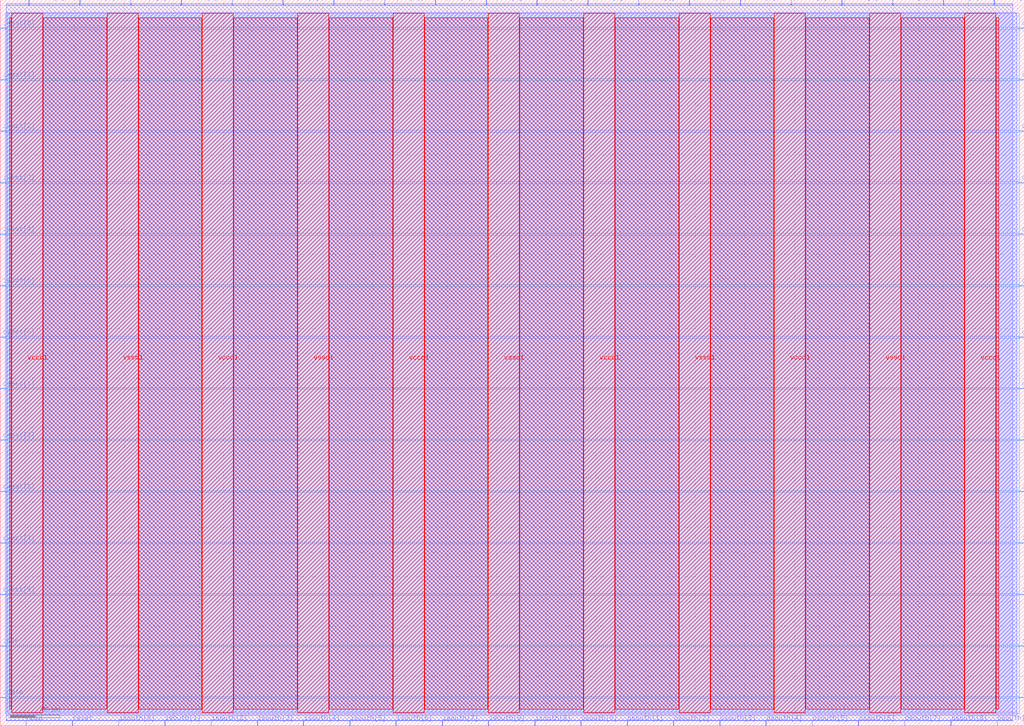
<source format=lef>
VERSION 5.7 ;
  NOWIREEXTENSIONATPIN ON ;
  DIVIDERCHAR "/" ;
  BUSBITCHARS "[]" ;
MACRO chaos_subarray
  CLASS BLOCK ;
  FOREIGN chaos_subarray ;
  ORIGIN 0.000 0.000 ;
  SIZE 825.000 BY 585.000 ;
  PIN hold
    DIRECTION INPUT ;
    USE SIGNAL ;
    PORT
      LAYER met2 ;
        RECT 20.790 0.000 21.070 4.000 ;
    END
  END hold
  PIN iclk
    DIRECTION INPUT ;
    USE SIGNAL ;
    PORT
      LAYER met3 ;
        RECT 0.000 63.960 4.000 64.560 ;
    END
  END iclk
  PIN idata
    DIRECTION INPUT ;
    USE SIGNAL ;
    PORT
      LAYER met3 ;
        RECT 0.000 22.480 4.000 23.080 ;
    END
  END idata
  PIN ieast[0]
    DIRECTION INPUT ;
    USE SIGNAL ;
    PORT
      LAYER met3 ;
        RECT 821.000 22.480 825.000 23.080 ;
    END
  END ieast[0]
  PIN ieast[1]
    DIRECTION INPUT ;
    USE SIGNAL ;
    PORT
      LAYER met3 ;
        RECT 821.000 63.960 825.000 64.560 ;
    END
  END ieast[1]
  PIN ieast[2]
    DIRECTION INPUT ;
    USE SIGNAL ;
    PORT
      LAYER met3 ;
        RECT 821.000 105.440 825.000 106.040 ;
    END
  END ieast[2]
  PIN ieast[3]
    DIRECTION INPUT ;
    USE SIGNAL ;
    PORT
      LAYER met3 ;
        RECT 821.000 146.920 825.000 147.520 ;
    END
  END ieast[3]
  PIN ieast[4]
    DIRECTION INPUT ;
    USE SIGNAL ;
    PORT
      LAYER met3 ;
        RECT 821.000 188.400 825.000 189.000 ;
    END
  END ieast[4]
  PIN ieast[5]
    DIRECTION INPUT ;
    USE SIGNAL ;
    PORT
      LAYER met3 ;
        RECT 821.000 229.880 825.000 230.480 ;
    END
  END ieast[5]
  PIN inorth[0]
    DIRECTION INPUT ;
    USE SIGNAL ;
    PORT
      LAYER met2 ;
        RECT 800.950 581.000 801.230 585.000 ;
    END
  END inorth[0]
  PIN inorth[1]
    DIRECTION INPUT ;
    USE SIGNAL ;
    PORT
      LAYER met2 ;
        RECT 760.010 581.000 760.290 585.000 ;
    END
  END inorth[1]
  PIN inorth[2]
    DIRECTION INPUT ;
    USE SIGNAL ;
    PORT
      LAYER met2 ;
        RECT 719.070 581.000 719.350 585.000 ;
    END
  END inorth[2]
  PIN inorth[3]
    DIRECTION INPUT ;
    USE SIGNAL ;
    PORT
      LAYER met2 ;
        RECT 678.130 581.000 678.410 585.000 ;
    END
  END inorth[3]
  PIN inorth[4]
    DIRECTION INPUT ;
    USE SIGNAL ;
    PORT
      LAYER met2 ;
        RECT 637.190 581.000 637.470 585.000 ;
    END
  END inorth[4]
  PIN inorth[5]
    DIRECTION INPUT ;
    USE SIGNAL ;
    PORT
      LAYER met2 ;
        RECT 596.250 581.000 596.530 585.000 ;
    END
  END inorth[5]
  PIN inorth[6]
    DIRECTION INPUT ;
    USE SIGNAL ;
    PORT
      LAYER met2 ;
        RECT 555.310 581.000 555.590 585.000 ;
    END
  END inorth[6]
  PIN inorth[7]
    DIRECTION INPUT ;
    USE SIGNAL ;
    PORT
      LAYER met2 ;
        RECT 514.370 581.000 514.650 585.000 ;
    END
  END inorth[7]
  PIN inorth[8]
    DIRECTION INPUT ;
    USE SIGNAL ;
    PORT
      LAYER met2 ;
        RECT 473.430 581.000 473.710 585.000 ;
    END
  END inorth[8]
  PIN inorth[9]
    DIRECTION INPUT ;
    USE SIGNAL ;
    PORT
      LAYER met2 ;
        RECT 432.490 581.000 432.770 585.000 ;
    END
  END inorth[9]
  PIN isouth[0]
    DIRECTION INPUT ;
    USE SIGNAL ;
    PORT
      LAYER met2 ;
        RECT 95.310 0.000 95.590 4.000 ;
    END
  END isouth[0]
  PIN isouth[1]
    DIRECTION INPUT ;
    USE SIGNAL ;
    PORT
      LAYER met2 ;
        RECT 132.570 0.000 132.850 4.000 ;
    END
  END isouth[1]
  PIN isouth[2]
    DIRECTION INPUT ;
    USE SIGNAL ;
    PORT
      LAYER met2 ;
        RECT 169.830 0.000 170.110 4.000 ;
    END
  END isouth[2]
  PIN isouth[3]
    DIRECTION INPUT ;
    USE SIGNAL ;
    PORT
      LAYER met2 ;
        RECT 207.090 0.000 207.370 4.000 ;
    END
  END isouth[3]
  PIN isouth[4]
    DIRECTION INPUT ;
    USE SIGNAL ;
    PORT
      LAYER met2 ;
        RECT 244.350 0.000 244.630 4.000 ;
    END
  END isouth[4]
  PIN isouth[5]
    DIRECTION INPUT ;
    USE SIGNAL ;
    PORT
      LAYER met2 ;
        RECT 281.610 0.000 281.890 4.000 ;
    END
  END isouth[5]
  PIN isouth[6]
    DIRECTION INPUT ;
    USE SIGNAL ;
    PORT
      LAYER met2 ;
        RECT 318.870 0.000 319.150 4.000 ;
    END
  END isouth[6]
  PIN isouth[7]
    DIRECTION INPUT ;
    USE SIGNAL ;
    PORT
      LAYER met2 ;
        RECT 356.130 0.000 356.410 4.000 ;
    END
  END isouth[7]
  PIN isouth[8]
    DIRECTION INPUT ;
    USE SIGNAL ;
    PORT
      LAYER met2 ;
        RECT 393.390 0.000 393.670 4.000 ;
    END
  END isouth[8]
  PIN isouth[9]
    DIRECTION INPUT ;
    USE SIGNAL ;
    PORT
      LAYER met2 ;
        RECT 430.650 0.000 430.930 4.000 ;
    END
  END isouth[9]
  PIN iwest[0]
    DIRECTION INPUT ;
    USE SIGNAL ;
    PORT
      LAYER met3 ;
        RECT 0.000 561.720 4.000 562.320 ;
    END
  END iwest[0]
  PIN iwest[1]
    DIRECTION INPUT ;
    USE SIGNAL ;
    PORT
      LAYER met3 ;
        RECT 0.000 520.240 4.000 520.840 ;
    END
  END iwest[1]
  PIN iwest[2]
    DIRECTION INPUT ;
    USE SIGNAL ;
    PORT
      LAYER met3 ;
        RECT 0.000 478.760 4.000 479.360 ;
    END
  END iwest[2]
  PIN iwest[3]
    DIRECTION INPUT ;
    USE SIGNAL ;
    PORT
      LAYER met3 ;
        RECT 0.000 437.280 4.000 437.880 ;
    END
  END iwest[3]
  PIN iwest[4]
    DIRECTION INPUT ;
    USE SIGNAL ;
    PORT
      LAYER met3 ;
        RECT 0.000 395.800 4.000 396.400 ;
    END
  END iwest[4]
  PIN iwest[5]
    DIRECTION INPUT ;
    USE SIGNAL ;
    PORT
      LAYER met3 ;
        RECT 0.000 354.320 4.000 354.920 ;
    END
  END iwest[5]
  PIN oclk
    DIRECTION OUTPUT TRISTATE ;
    USE SIGNAL ;
    PORT
      LAYER met3 ;
        RECT 821.000 520.240 825.000 520.840 ;
    END
  END oclk
  PIN odata
    DIRECTION OUTPUT TRISTATE ;
    USE SIGNAL ;
    PORT
      LAYER met3 ;
        RECT 821.000 561.720 825.000 562.320 ;
    END
  END odata
  PIN oeast[0]
    DIRECTION OUTPUT TRISTATE ;
    USE SIGNAL ;
    PORT
      LAYER met3 ;
        RECT 821.000 271.360 825.000 271.960 ;
    END
  END oeast[0]
  PIN oeast[1]
    DIRECTION OUTPUT TRISTATE ;
    USE SIGNAL ;
    PORT
      LAYER met3 ;
        RECT 821.000 312.840 825.000 313.440 ;
    END
  END oeast[1]
  PIN oeast[2]
    DIRECTION OUTPUT TRISTATE ;
    USE SIGNAL ;
    PORT
      LAYER met3 ;
        RECT 821.000 354.320 825.000 354.920 ;
    END
  END oeast[2]
  PIN oeast[3]
    DIRECTION OUTPUT TRISTATE ;
    USE SIGNAL ;
    PORT
      LAYER met3 ;
        RECT 821.000 395.800 825.000 396.400 ;
    END
  END oeast[3]
  PIN oeast[4]
    DIRECTION OUTPUT TRISTATE ;
    USE SIGNAL ;
    PORT
      LAYER met3 ;
        RECT 821.000 437.280 825.000 437.880 ;
    END
  END oeast[4]
  PIN oeast[5]
    DIRECTION OUTPUT TRISTATE ;
    USE SIGNAL ;
    PORT
      LAYER met3 ;
        RECT 821.000 478.760 825.000 479.360 ;
    END
  END oeast[5]
  PIN onorth[0]
    DIRECTION OUTPUT TRISTATE ;
    USE SIGNAL ;
    PORT
      LAYER met2 ;
        RECT 391.550 581.000 391.830 585.000 ;
    END
  END onorth[0]
  PIN onorth[1]
    DIRECTION OUTPUT TRISTATE ;
    USE SIGNAL ;
    PORT
      LAYER met2 ;
        RECT 350.610 581.000 350.890 585.000 ;
    END
  END onorth[1]
  PIN onorth[2]
    DIRECTION OUTPUT TRISTATE ;
    USE SIGNAL ;
    PORT
      LAYER met2 ;
        RECT 309.670 581.000 309.950 585.000 ;
    END
  END onorth[2]
  PIN onorth[3]
    DIRECTION OUTPUT TRISTATE ;
    USE SIGNAL ;
    PORT
      LAYER met2 ;
        RECT 268.730 581.000 269.010 585.000 ;
    END
  END onorth[3]
  PIN onorth[4]
    DIRECTION OUTPUT TRISTATE ;
    USE SIGNAL ;
    PORT
      LAYER met2 ;
        RECT 227.790 581.000 228.070 585.000 ;
    END
  END onorth[4]
  PIN onorth[5]
    DIRECTION OUTPUT TRISTATE ;
    USE SIGNAL ;
    PORT
      LAYER met2 ;
        RECT 186.850 581.000 187.130 585.000 ;
    END
  END onorth[5]
  PIN onorth[6]
    DIRECTION OUTPUT TRISTATE ;
    USE SIGNAL ;
    PORT
      LAYER met2 ;
        RECT 145.910 581.000 146.190 585.000 ;
    END
  END onorth[6]
  PIN onorth[7]
    DIRECTION OUTPUT TRISTATE ;
    USE SIGNAL ;
    PORT
      LAYER met2 ;
        RECT 104.970 581.000 105.250 585.000 ;
    END
  END onorth[7]
  PIN onorth[8]
    DIRECTION OUTPUT TRISTATE ;
    USE SIGNAL ;
    PORT
      LAYER met2 ;
        RECT 64.030 581.000 64.310 585.000 ;
    END
  END onorth[8]
  PIN onorth[9]
    DIRECTION OUTPUT TRISTATE ;
    USE SIGNAL ;
    PORT
      LAYER met2 ;
        RECT 23.090 581.000 23.370 585.000 ;
    END
  END onorth[9]
  PIN osouth[0]
    DIRECTION OUTPUT TRISTATE ;
    USE SIGNAL ;
    PORT
      LAYER met2 ;
        RECT 467.910 0.000 468.190 4.000 ;
    END
  END osouth[0]
  PIN osouth[1]
    DIRECTION OUTPUT TRISTATE ;
    USE SIGNAL ;
    PORT
      LAYER met2 ;
        RECT 505.170 0.000 505.450 4.000 ;
    END
  END osouth[1]
  PIN osouth[2]
    DIRECTION OUTPUT TRISTATE ;
    USE SIGNAL ;
    PORT
      LAYER met2 ;
        RECT 542.430 0.000 542.710 4.000 ;
    END
  END osouth[2]
  PIN osouth[3]
    DIRECTION OUTPUT TRISTATE ;
    USE SIGNAL ;
    PORT
      LAYER met2 ;
        RECT 579.690 0.000 579.970 4.000 ;
    END
  END osouth[3]
  PIN osouth[4]
    DIRECTION OUTPUT TRISTATE ;
    USE SIGNAL ;
    PORT
      LAYER met2 ;
        RECT 616.950 0.000 617.230 4.000 ;
    END
  END osouth[4]
  PIN osouth[5]
    DIRECTION OUTPUT TRISTATE ;
    USE SIGNAL ;
    PORT
      LAYER met2 ;
        RECT 654.210 0.000 654.490 4.000 ;
    END
  END osouth[5]
  PIN osouth[6]
    DIRECTION OUTPUT TRISTATE ;
    USE SIGNAL ;
    PORT
      LAYER met2 ;
        RECT 691.470 0.000 691.750 4.000 ;
    END
  END osouth[6]
  PIN osouth[7]
    DIRECTION OUTPUT TRISTATE ;
    USE SIGNAL ;
    PORT
      LAYER met2 ;
        RECT 728.730 0.000 729.010 4.000 ;
    END
  END osouth[7]
  PIN osouth[8]
    DIRECTION OUTPUT TRISTATE ;
    USE SIGNAL ;
    PORT
      LAYER met2 ;
        RECT 765.990 0.000 766.270 4.000 ;
    END
  END osouth[8]
  PIN osouth[9]
    DIRECTION OUTPUT TRISTATE ;
    USE SIGNAL ;
    PORT
      LAYER met2 ;
        RECT 803.250 0.000 803.530 4.000 ;
    END
  END osouth[9]
  PIN owest[0]
    DIRECTION OUTPUT TRISTATE ;
    USE SIGNAL ;
    PORT
      LAYER met3 ;
        RECT 0.000 312.840 4.000 313.440 ;
    END
  END owest[0]
  PIN owest[1]
    DIRECTION OUTPUT TRISTATE ;
    USE SIGNAL ;
    PORT
      LAYER met3 ;
        RECT 0.000 271.360 4.000 271.960 ;
    END
  END owest[1]
  PIN owest[2]
    DIRECTION OUTPUT TRISTATE ;
    USE SIGNAL ;
    PORT
      LAYER met3 ;
        RECT 0.000 229.880 4.000 230.480 ;
    END
  END owest[2]
  PIN owest[3]
    DIRECTION OUTPUT TRISTATE ;
    USE SIGNAL ;
    PORT
      LAYER met3 ;
        RECT 0.000 188.400 4.000 189.000 ;
    END
  END owest[3]
  PIN owest[4]
    DIRECTION OUTPUT TRISTATE ;
    USE SIGNAL ;
    PORT
      LAYER met3 ;
        RECT 0.000 146.920 4.000 147.520 ;
    END
  END owest[4]
  PIN owest[5]
    DIRECTION OUTPUT TRISTATE ;
    USE SIGNAL ;
    PORT
      LAYER met3 ;
        RECT 0.000 105.440 4.000 106.040 ;
    END
  END owest[5]
  PIN reset
    DIRECTION INPUT ;
    USE SIGNAL ;
    PORT
      LAYER met2 ;
        RECT 58.050 0.000 58.330 4.000 ;
    END
  END reset
  PIN vccd1
    DIRECTION INOUT ;
    USE POWER ;
    PORT
      LAYER met4 ;
        RECT 9.340 10.640 34.340 574.160 ;
    END
    PORT
      LAYER met4 ;
        RECT 162.940 10.640 187.940 574.160 ;
    END
    PORT
      LAYER met4 ;
        RECT 316.540 10.640 341.540 574.160 ;
    END
    PORT
      LAYER met4 ;
        RECT 470.140 10.640 495.140 574.160 ;
    END
    PORT
      LAYER met4 ;
        RECT 623.740 10.640 648.740 574.160 ;
    END
    PORT
      LAYER met4 ;
        RECT 777.340 10.640 802.340 574.160 ;
    END
  END vccd1
  PIN vssd1
    DIRECTION INOUT ;
    USE GROUND ;
    PORT
      LAYER met4 ;
        RECT 86.140 10.640 111.140 574.160 ;
    END
    PORT
      LAYER met4 ;
        RECT 239.740 10.640 264.740 574.160 ;
    END
    PORT
      LAYER met4 ;
        RECT 393.340 10.640 418.340 574.160 ;
    END
    PORT
      LAYER met4 ;
        RECT 546.940 10.640 571.940 574.160 ;
    END
    PORT
      LAYER met4 ;
        RECT 700.540 10.640 725.540 574.160 ;
    END
  END vssd1
  OBS
      LAYER li1 ;
        RECT 5.520 10.795 819.260 574.005 ;
      LAYER met1 ;
        RECT 4.670 8.540 819.260 574.560 ;
      LAYER met2 ;
        RECT 4.700 580.720 22.810 581.810 ;
        RECT 23.650 580.720 63.750 581.810 ;
        RECT 64.590 580.720 104.690 581.810 ;
        RECT 105.530 580.720 145.630 581.810 ;
        RECT 146.470 580.720 186.570 581.810 ;
        RECT 187.410 580.720 227.510 581.810 ;
        RECT 228.350 580.720 268.450 581.810 ;
        RECT 269.290 580.720 309.390 581.810 ;
        RECT 310.230 580.720 350.330 581.810 ;
        RECT 351.170 580.720 391.270 581.810 ;
        RECT 392.110 580.720 432.210 581.810 ;
        RECT 433.050 580.720 473.150 581.810 ;
        RECT 473.990 580.720 514.090 581.810 ;
        RECT 514.930 580.720 555.030 581.810 ;
        RECT 555.870 580.720 595.970 581.810 ;
        RECT 596.810 580.720 636.910 581.810 ;
        RECT 637.750 580.720 677.850 581.810 ;
        RECT 678.690 580.720 718.790 581.810 ;
        RECT 719.630 580.720 759.730 581.810 ;
        RECT 760.570 580.720 800.670 581.810 ;
        RECT 801.510 580.720 815.940 581.810 ;
        RECT 4.700 4.280 815.940 580.720 ;
        RECT 4.700 4.000 20.510 4.280 ;
        RECT 21.350 4.000 57.770 4.280 ;
        RECT 58.610 4.000 95.030 4.280 ;
        RECT 95.870 4.000 132.290 4.280 ;
        RECT 133.130 4.000 169.550 4.280 ;
        RECT 170.390 4.000 206.810 4.280 ;
        RECT 207.650 4.000 244.070 4.280 ;
        RECT 244.910 4.000 281.330 4.280 ;
        RECT 282.170 4.000 318.590 4.280 ;
        RECT 319.430 4.000 355.850 4.280 ;
        RECT 356.690 4.000 393.110 4.280 ;
        RECT 393.950 4.000 430.370 4.280 ;
        RECT 431.210 4.000 467.630 4.280 ;
        RECT 468.470 4.000 504.890 4.280 ;
        RECT 505.730 4.000 542.150 4.280 ;
        RECT 542.990 4.000 579.410 4.280 ;
        RECT 580.250 4.000 616.670 4.280 ;
        RECT 617.510 4.000 653.930 4.280 ;
        RECT 654.770 4.000 691.190 4.280 ;
        RECT 692.030 4.000 728.450 4.280 ;
        RECT 729.290 4.000 765.710 4.280 ;
        RECT 766.550 4.000 802.970 4.280 ;
        RECT 803.810 4.000 815.940 4.280 ;
      LAYER met3 ;
        RECT 4.000 562.720 821.000 574.085 ;
        RECT 4.400 561.320 820.600 562.720 ;
        RECT 4.000 521.240 821.000 561.320 ;
        RECT 4.400 519.840 820.600 521.240 ;
        RECT 4.000 479.760 821.000 519.840 ;
        RECT 4.400 478.360 820.600 479.760 ;
        RECT 4.000 438.280 821.000 478.360 ;
        RECT 4.400 436.880 820.600 438.280 ;
        RECT 4.000 396.800 821.000 436.880 ;
        RECT 4.400 395.400 820.600 396.800 ;
        RECT 4.000 355.320 821.000 395.400 ;
        RECT 4.400 353.920 820.600 355.320 ;
        RECT 4.000 313.840 821.000 353.920 ;
        RECT 4.400 312.440 820.600 313.840 ;
        RECT 4.000 272.360 821.000 312.440 ;
        RECT 4.400 270.960 820.600 272.360 ;
        RECT 4.000 230.880 821.000 270.960 ;
        RECT 4.400 229.480 820.600 230.880 ;
        RECT 4.000 189.400 821.000 229.480 ;
        RECT 4.400 188.000 820.600 189.400 ;
        RECT 4.000 147.920 821.000 188.000 ;
        RECT 4.400 146.520 820.600 147.920 ;
        RECT 4.000 106.440 821.000 146.520 ;
        RECT 4.400 105.040 820.600 106.440 ;
        RECT 4.000 64.960 821.000 105.040 ;
        RECT 4.400 63.560 820.600 64.960 ;
        RECT 4.000 23.480 821.000 63.560 ;
        RECT 4.400 22.080 820.600 23.480 ;
        RECT 4.000 9.695 821.000 22.080 ;
      LAYER met4 ;
        RECT 7.655 13.095 8.940 570.345 ;
        RECT 34.740 13.095 85.740 570.345 ;
        RECT 111.540 13.095 162.540 570.345 ;
        RECT 188.340 13.095 239.340 570.345 ;
        RECT 265.140 13.095 316.140 570.345 ;
        RECT 341.940 13.095 392.940 570.345 ;
        RECT 418.740 13.095 469.740 570.345 ;
        RECT 495.540 13.095 546.540 570.345 ;
        RECT 572.340 13.095 623.340 570.345 ;
        RECT 649.140 13.095 700.140 570.345 ;
        RECT 725.940 13.095 776.940 570.345 ;
        RECT 802.740 13.095 804.705 570.345 ;
  END
END chaos_subarray
END LIBRARY


</source>
